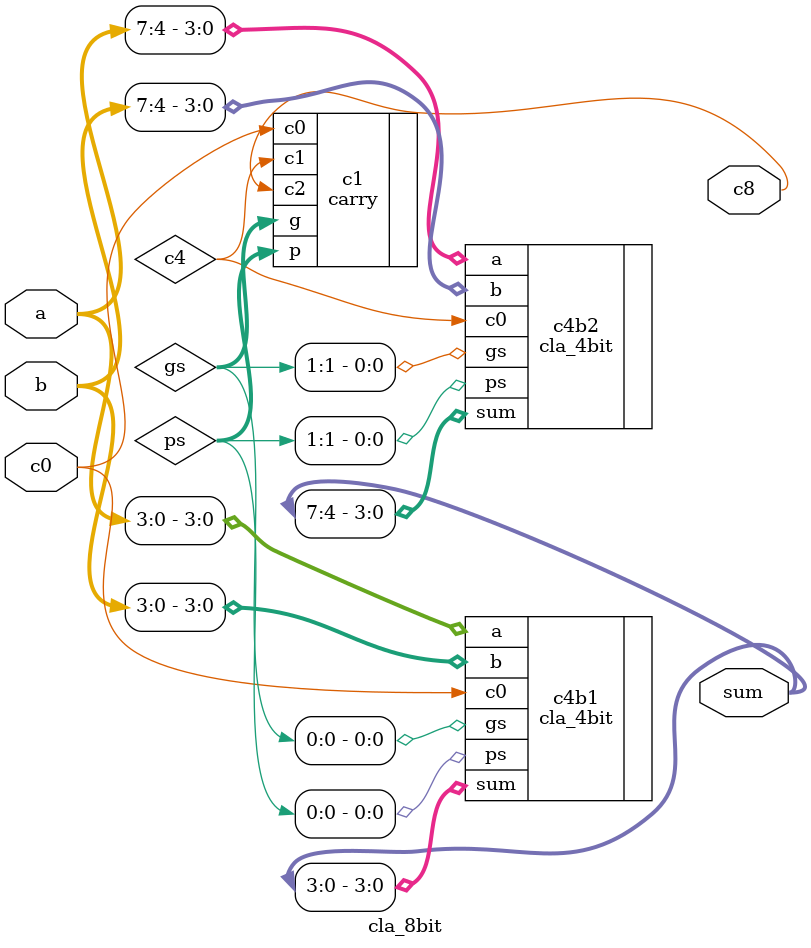
<source format=v>

`include "carry.v"           // Module for calculating carry signals
`include "carry_prop_gen.v"  // Module for calculating propagate/generate signals
`include "sum.v"             // Module for calculating sum bits
`include "cla_4bit.v"        // The 4-bit CLA module that we'll use twice

module cla_8bit(sum, c8, a, b, c0);
    // Output port declarations:
    output [7:0] sum;      // 8-bit sum result
    output c8;             // Final carry-out bit
    
    // Input port declarations:
    input [7:0] a, b;      // Two 8-bit inputs to add
    input c0;              // Initial carry-in
    
    // Internal wires:
    wire [1:0] gs, ps;     // Group generate and propagate signals from the 4-bit blocks
    wire c4;               // Carry-out from the first 4-bit block to the second
    
    // First 4-bit CLA module handles the lower 4 bits (bits 0-3)
    // .sum(sum[3:0]): Connect the 4-bit sum output to the lower 4 bits of the final sum
    // .ps(ps[0]): Store the propagate signal for the lower 4-bit group
    // .gs(gs[0]): Store the generate signal for the lower 4-bit group
    // .a(a[3:0]), .b(b[3:0]): Connect the lower 4 bits of inputs a and b
    // .c0(c0): Pass the initial carry-in to the first block
    cla_4bit c4b1(.sum(sum[3:0]), .ps(ps[0]), .gs(gs[0]), .a(a[3:0]), .b(b[3:0]), .c0(c0));
    
    // Second 4-bit CLA module handles the upper 4 bits (bits 4-7)
    // .sum(sum[7:4]): Connect the 4-bit sum output to the upper 4 bits of the final sum
    // .ps(ps[1]): Store the propagate signal for the upper 4-bit group
    // .gs(gs[1]): Store the generate signal for the upper 4-bit group
    // .a(a[7:4]), .b(b[7:4]): Connect the upper 4 bits of inputs a and b
    // .c0(c4): Pass the carry-out from the first block as carry-in to the second block
    cla_4bit c4b2(.sum(sum[7:4]), .ps(ps[1]), .gs(gs[1]), .a(a[7:4]), .b(b[7:4]), .c0(c4));
    
    // The carry module calculates the carries between blocks using the group
    // propagate and generate signals
    // .c1(c4): The carry into the second 4-bit block
    // .c2(c8): The final carry-out from the entire 8-bit addition
    // .p(ps): Array of propagate signals from each 4-bit block
    // .g(gs): Array of generate signals from each 4-bit block
    // .c0(c0): The initial carry-in
    carry c1(.c1(c4), .c2(c8), .p(ps), .g(gs), .c0(c0));
endmodule


/*
module tb_cla_16bit();
	reg [15:0] a,b;
	reg c0;
	wire [15:0] d;
	wire cout;
	cla_16bit uut(.sum(d),.c16(cout),.a(a),.b(b),.c0(c0));
	
	initial
	begin
	#00 a=16'd10; b=16'd10; c0 = 1'b0; //10-2
	#20 a=16'd30; b=16'd20; c0 = 1'b0;
	#20 a=16'd150; b=16'd130; c0 = 1'b0; //3-5
	#20 a=16'd20000; b=16'd25555; c0 = 1'b0;
	#20 $stop;
	end
	
	initial
	begin
	$monitor("time=%3d, a=%16d, b=%16d, co=%b, d=%16d, cout=%1b",$time,a,b,c0,d,cout);
	end
		
	initial
	begin
	$dumpfile("cla_16bit.vcd");
	$dumpvars;
	end
	
endmodule
*/
</source>
